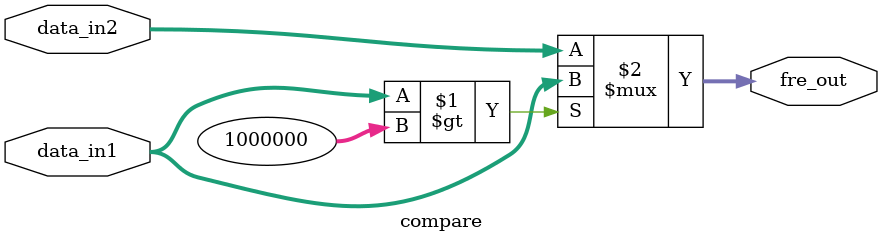
<source format=v>
module compare(
				input [31:0]data_in1,
				input [31:0]data_in2,
				output [31:0]fre_out
				);
				
assign fre_out = (data_in1 > 32'd1_000_000) ? data_in1 : data_in2;

endmodule
				
</source>
